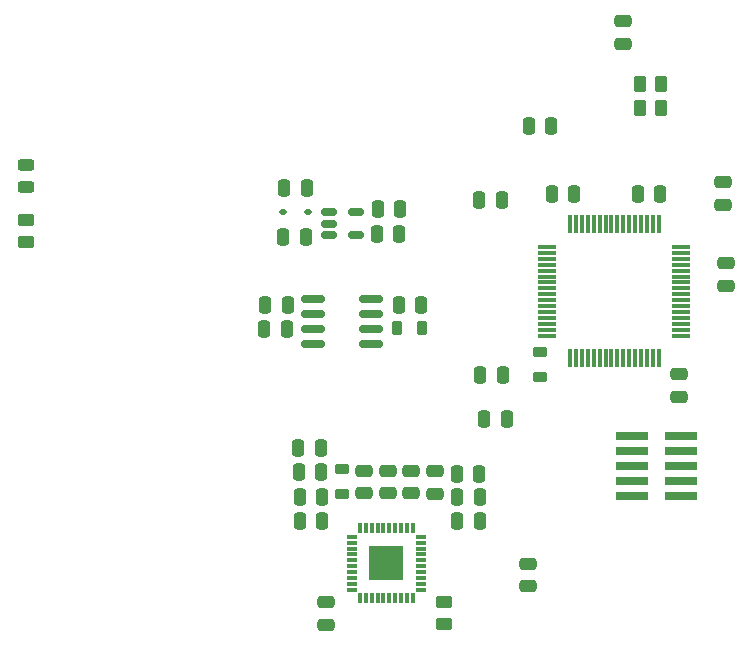
<source format=gbr>
%TF.GenerationSoftware,KiCad,Pcbnew,8.0.5*%
%TF.CreationDate,2024-10-20T03:08:34+02:00*%
%TF.ProjectId,Kingfisher,4b696e67-6669-4736-9865-722e6b696361,rev?*%
%TF.SameCoordinates,Original*%
%TF.FileFunction,Paste,Top*%
%TF.FilePolarity,Positive*%
%FSLAX46Y46*%
G04 Gerber Fmt 4.6, Leading zero omitted, Abs format (unit mm)*
G04 Created by KiCad (PCBNEW 8.0.5) date 2024-10-20 03:08:34*
%MOMM*%
%LPD*%
G01*
G04 APERTURE LIST*
G04 Aperture macros list*
%AMRoundRect*
0 Rectangle with rounded corners*
0 $1 Rounding radius*
0 $2 $3 $4 $5 $6 $7 $8 $9 X,Y pos of 4 corners*
0 Add a 4 corners polygon primitive as box body*
4,1,4,$2,$3,$4,$5,$6,$7,$8,$9,$2,$3,0*
0 Add four circle primitives for the rounded corners*
1,1,$1+$1,$2,$3*
1,1,$1+$1,$4,$5*
1,1,$1+$1,$6,$7*
1,1,$1+$1,$8,$9*
0 Add four rect primitives between the rounded corners*
20,1,$1+$1,$2,$3,$4,$5,0*
20,1,$1+$1,$4,$5,$6,$7,0*
20,1,$1+$1,$6,$7,$8,$9,0*
20,1,$1+$1,$8,$9,$2,$3,0*%
G04 Aperture macros list end*
%ADD10RoundRect,0.250000X0.250000X0.475000X-0.250000X0.475000X-0.250000X-0.475000X0.250000X-0.475000X0*%
%ADD11RoundRect,0.250000X-0.475000X0.250000X-0.475000X-0.250000X0.475000X-0.250000X0.475000X0.250000X0*%
%ADD12RoundRect,0.250000X-0.250000X-0.475000X0.250000X-0.475000X0.250000X0.475000X-0.250000X0.475000X0*%
%ADD13RoundRect,0.250000X0.475000X-0.250000X0.475000X0.250000X-0.475000X0.250000X-0.475000X-0.250000X0*%
%ADD14RoundRect,0.150000X0.825000X0.150000X-0.825000X0.150000X-0.825000X-0.150000X0.825000X-0.150000X0*%
%ADD15RoundRect,0.218750X0.381250X-0.218750X0.381250X0.218750X-0.381250X0.218750X-0.381250X-0.218750X0*%
%ADD16RoundRect,0.250000X-0.262500X-0.450000X0.262500X-0.450000X0.262500X0.450000X-0.262500X0.450000X0*%
%ADD17RoundRect,0.250000X-0.450000X0.262500X-0.450000X-0.262500X0.450000X-0.262500X0.450000X0.262500X0*%
%ADD18RoundRect,0.218750X0.218750X0.381250X-0.218750X0.381250X-0.218750X-0.381250X0.218750X-0.381250X0*%
%ADD19R,2.790000X0.740000*%
%ADD20RoundRect,0.112500X0.187500X0.112500X-0.187500X0.112500X-0.187500X-0.112500X0.187500X-0.112500X0*%
%ADD21RoundRect,0.150000X-0.512500X-0.150000X0.512500X-0.150000X0.512500X0.150000X-0.512500X0.150000X0*%
%ADD22RoundRect,0.243750X-0.456250X0.243750X-0.456250X-0.243750X0.456250X-0.243750X0.456250X0.243750X0*%
%ADD23R,0.900000X0.300000*%
%ADD24R,0.300000X0.900000*%
%ADD25R,3.000000X3.000000*%
%ADD26RoundRect,0.075000X-0.700000X-0.075000X0.700000X-0.075000X0.700000X0.075000X-0.700000X0.075000X0*%
%ADD27RoundRect,0.075000X-0.075000X-0.700000X0.075000X-0.700000X0.075000X0.700000X-0.075000X0.700000X0*%
G04 APERTURE END LIST*
D10*
%TO.C,C20*%
X157900000Y-110400000D03*
X156000000Y-110400000D03*
%TD*%
D11*
%TO.C,C30*%
X150100000Y-108150000D03*
X150100000Y-110050000D03*
%TD*%
D12*
%TO.C,C15*%
X139675000Y-96205000D03*
X141575000Y-96205000D03*
%TD*%
D13*
%TO.C,C21*%
X144900000Y-121200000D03*
X144900000Y-119300000D03*
%TD*%
%TO.C,C7*%
X178750000Y-92500000D03*
X178750000Y-90600000D03*
%TD*%
D10*
%TO.C,C11*%
X152925000Y-94105000D03*
X151025000Y-94105000D03*
%TD*%
D12*
%TO.C,C6*%
X158300000Y-103750000D03*
X160200000Y-103750000D03*
%TD*%
D14*
%TO.C,U2*%
X148725000Y-97405000D03*
X148725000Y-96135000D03*
X148725000Y-94865000D03*
X148725000Y-93595000D03*
X143775000Y-93595000D03*
X143775000Y-94865000D03*
X143775000Y-96135000D03*
X143775000Y-97405000D03*
%TD*%
D15*
%TO.C,FB3*%
X146200000Y-110112500D03*
X146200000Y-107987500D03*
%TD*%
D12*
%TO.C,C2*%
X171300000Y-84750000D03*
X173200000Y-84750000D03*
%TD*%
D16*
%TO.C,R2*%
X171462500Y-75435000D03*
X173287500Y-75435000D03*
%TD*%
D11*
%TO.C,C26*%
X152100000Y-108150000D03*
X152100000Y-110050000D03*
%TD*%
D12*
%TO.C,C18*%
X157950000Y-100070000D03*
X159850000Y-100070000D03*
%TD*%
D17*
%TO.C,R1*%
X119500000Y-86962500D03*
X119500000Y-88787500D03*
%TD*%
D18*
%TO.C,FB1*%
X153037500Y-96105000D03*
X150912500Y-96105000D03*
%TD*%
D10*
%TO.C,C19*%
X157900000Y-112400000D03*
X156000000Y-112400000D03*
%TD*%
D12*
%TO.C,C10*%
X141250000Y-88395000D03*
X143150000Y-88395000D03*
%TD*%
D11*
%TO.C,C23*%
X148100000Y-108150000D03*
X148100000Y-110050000D03*
%TD*%
D19*
%TO.C,J7*%
X174900000Y-110340000D03*
X170830000Y-110340000D03*
X174900000Y-109070000D03*
X170830000Y-109070000D03*
X174900000Y-107800000D03*
X170830000Y-107800000D03*
X174900000Y-106530000D03*
X170830000Y-106530000D03*
X174900000Y-105260000D03*
X170830000Y-105260000D03*
%TD*%
D12*
%TO.C,C1*%
X164000000Y-84750000D03*
X165900000Y-84750000D03*
%TD*%
%TO.C,C17*%
X157850000Y-85270000D03*
X159750000Y-85270000D03*
%TD*%
%TO.C,C29*%
X142650000Y-112400000D03*
X144550000Y-112400000D03*
%TD*%
D11*
%TO.C,C16*%
X170000000Y-70100000D03*
X170000000Y-72000000D03*
%TD*%
D13*
%TO.C,C3*%
X178500000Y-85650000D03*
X178500000Y-83750000D03*
%TD*%
D20*
%TO.C,D2*%
X143350000Y-86295000D03*
X141250000Y-86295000D03*
%TD*%
D13*
%TO.C,C8*%
X174750000Y-101900000D03*
X174750000Y-100000000D03*
%TD*%
D12*
%TO.C,C25*%
X142600000Y-108300000D03*
X144500000Y-108300000D03*
%TD*%
%TO.C,C13*%
X139725000Y-94105000D03*
X141625000Y-94105000D03*
%TD*%
%TO.C,C27*%
X142650000Y-110400000D03*
X144550000Y-110400000D03*
%TD*%
%TO.C,C5*%
X162050000Y-79000000D03*
X163950000Y-79000000D03*
%TD*%
D21*
%TO.C,U1*%
X145112500Y-86300000D03*
X145112500Y-87250000D03*
X145112500Y-88200000D03*
X147387500Y-88200000D03*
X147387500Y-86300000D03*
%TD*%
D13*
%TO.C,C28*%
X154100000Y-110100000D03*
X154100000Y-108200000D03*
%TD*%
D10*
%TO.C,C12*%
X151100000Y-88095000D03*
X149200000Y-88095000D03*
%TD*%
D17*
%TO.C,R4*%
X154900000Y-119275000D03*
X154900000Y-121100000D03*
%TD*%
D22*
%TO.C,D1*%
X119500000Y-82250000D03*
X119500000Y-84125000D03*
%TD*%
D23*
%TO.C,IC1*%
X147050000Y-113750000D03*
X147050000Y-114250000D03*
X147050000Y-114750000D03*
X147050000Y-115250000D03*
X147050000Y-115750000D03*
X147050000Y-116250000D03*
X147050000Y-116750000D03*
X147050000Y-117250000D03*
X147050000Y-117750000D03*
X147050000Y-118250000D03*
D24*
X147750000Y-118950000D03*
X148250000Y-118950000D03*
X148750000Y-118950000D03*
X149250000Y-118950000D03*
X149750000Y-118950000D03*
X150250000Y-118950000D03*
X150750000Y-118950000D03*
X151250000Y-118950000D03*
X151750000Y-118950000D03*
X152250000Y-118950000D03*
D23*
X152950000Y-118250000D03*
X152950000Y-117750000D03*
X152950000Y-117250000D03*
X152950000Y-116750000D03*
X152950000Y-116250000D03*
X152950000Y-115750000D03*
X152950000Y-115250000D03*
X152950000Y-114750000D03*
X152950000Y-114250000D03*
X152950000Y-113750000D03*
D24*
X152250000Y-113050000D03*
X151750000Y-113050000D03*
X151250000Y-113050000D03*
X150750000Y-113050000D03*
X150250000Y-113050000D03*
X149750000Y-113050000D03*
X149250000Y-113050000D03*
X148750000Y-113050000D03*
X148250000Y-113050000D03*
X147750000Y-113050000D03*
D25*
X150000000Y-116000000D03*
%TD*%
D15*
%TO.C,FB2*%
X163000000Y-100232500D03*
X163000000Y-98107500D03*
%TD*%
D11*
%TO.C,C4*%
X162000000Y-116050000D03*
X162000000Y-117950000D03*
%TD*%
D16*
%TO.C,R3*%
X171462500Y-77435000D03*
X173287500Y-77435000D03*
%TD*%
D10*
%TO.C,C24*%
X157850000Y-108400000D03*
X155950000Y-108400000D03*
%TD*%
%TO.C,C14*%
X151150000Y-85995000D03*
X149250000Y-85995000D03*
%TD*%
D12*
%TO.C,C22*%
X142550000Y-106250000D03*
X144450000Y-106250000D03*
%TD*%
%TO.C,C9*%
X141350000Y-84195000D03*
X143250000Y-84195000D03*
%TD*%
D26*
%TO.C,U3*%
X163625000Y-89220000D03*
X163625000Y-89720000D03*
X163625000Y-90220000D03*
X163625000Y-90720000D03*
X163625000Y-91220000D03*
X163625000Y-91720000D03*
X163625000Y-92220000D03*
X163625000Y-92720000D03*
X163625000Y-93220000D03*
X163625000Y-93720000D03*
X163625000Y-94220000D03*
X163625000Y-94720000D03*
X163625000Y-95220000D03*
X163625000Y-95720000D03*
X163625000Y-96220000D03*
X163625000Y-96720000D03*
D27*
X165550000Y-98645000D03*
X166050000Y-98645000D03*
X166550000Y-98645000D03*
X167050000Y-98645000D03*
X167550000Y-98645000D03*
X168050000Y-98645000D03*
X168550000Y-98645000D03*
X169050000Y-98645000D03*
X169550000Y-98645000D03*
X170050000Y-98645000D03*
X170550000Y-98645000D03*
X171050000Y-98645000D03*
X171550000Y-98645000D03*
X172050000Y-98645000D03*
X172550000Y-98645000D03*
X173050000Y-98645000D03*
D26*
X174975000Y-96720000D03*
X174975000Y-96220000D03*
X174975000Y-95720000D03*
X174975000Y-95220000D03*
X174975000Y-94720000D03*
X174975000Y-94220000D03*
X174975000Y-93720000D03*
X174975000Y-93220000D03*
X174975000Y-92720000D03*
X174975000Y-92220000D03*
X174975000Y-91720000D03*
X174975000Y-91220000D03*
X174975000Y-90720000D03*
X174975000Y-90220000D03*
X174975000Y-89720000D03*
X174975000Y-89220000D03*
D27*
X173050000Y-87295000D03*
X172550000Y-87295000D03*
X172050000Y-87295000D03*
X171550000Y-87295000D03*
X171050000Y-87295000D03*
X170550000Y-87295000D03*
X170050000Y-87295000D03*
X169550000Y-87295000D03*
X169050000Y-87295000D03*
X168550000Y-87295000D03*
X168050000Y-87295000D03*
X167550000Y-87295000D03*
X167050000Y-87295000D03*
X166550000Y-87295000D03*
X166050000Y-87295000D03*
X165550000Y-87295000D03*
%TD*%
M02*

</source>
